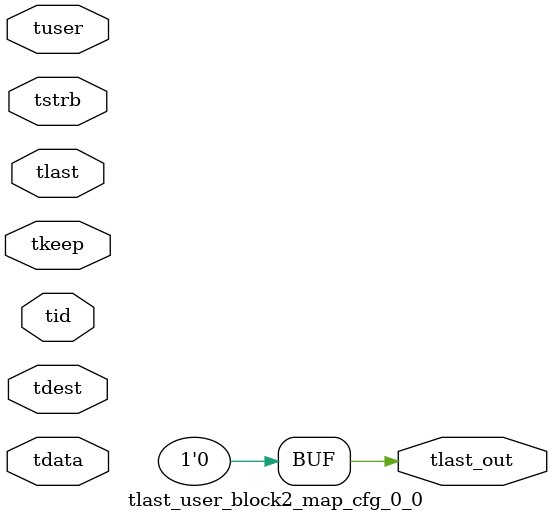
<source format=v>


`timescale 1ps/1ps

module tlast_user_block2_map_cfg_0_0 #
(
parameter C_S_AXIS_TID_WIDTH   = 1,
parameter C_S_AXIS_TUSER_WIDTH = 0,
parameter C_S_AXIS_TDATA_WIDTH = 0,
parameter C_S_AXIS_TDEST_WIDTH = 0
)
(
input  [(C_S_AXIS_TID_WIDTH   == 0 ? 1 : C_S_AXIS_TID_WIDTH)-1:0       ] tid,
input  [(C_S_AXIS_TDATA_WIDTH == 0 ? 1 : C_S_AXIS_TDATA_WIDTH)-1:0     ] tdata,
input  [(C_S_AXIS_TUSER_WIDTH == 0 ? 1 : C_S_AXIS_TUSER_WIDTH)-1:0     ] tuser,
input  [(C_S_AXIS_TDEST_WIDTH == 0 ? 1 : C_S_AXIS_TDEST_WIDTH)-1:0     ] tdest,
input  [(C_S_AXIS_TDATA_WIDTH/8)-1:0 ] tkeep,
input  [(C_S_AXIS_TDATA_WIDTH/8)-1:0 ] tstrb,
input  [0:0]                                                             tlast,
output                                                                   tlast_out
);

assign tlast_out = {1'b0};

endmodule


</source>
